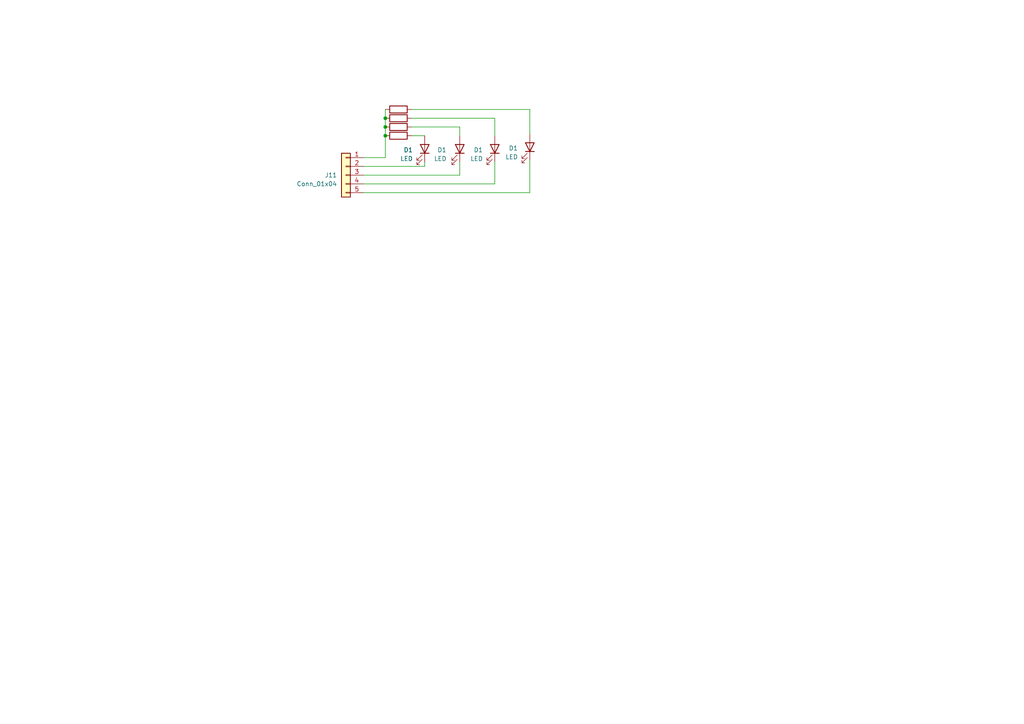
<source format=kicad_sch>
(kicad_sch (version 20230121) (generator eeschema)
  (paper "A4")
  (lib_symbols
    (symbol "Connector_Generic:Conn_01x05" (pin_names (offset 1.016) hide)
      (property "Reference" "J" (at 0 7.62 0))
      (property "Value" "Conn_01x05" (at 0 -7.62 0))
      (symbol "Conn_01x05_1_1"
        (rectangle (start -1.27 -4.953) (end 0 -5.207) (stroke (width 0.1524)))
        (rectangle (start -1.27 -2.413) (end 0 -2.667) (stroke (width 0.1524)))
        (rectangle (start -1.27 0.127) (end 0 -0.127) (stroke (width 0.1524)))
        (rectangle (start -1.27 2.667) (end 0 2.413) (stroke (width 0.1524)))
        (rectangle (start -1.27 5.207) (end 0 4.953) (stroke (width 0.1524)))
        (rectangle (start -1.27 6.35) (end 1.27 -6.35) (stroke (width 0.254)) (fill (type background)))
        (pin passive line (at -5.08 5.08 0) (length 3.81) (name "Pin_1") (number "1"))
        (pin passive line (at -5.08 2.54 0) (length 3.81) (name "Pin_2") (number "2"))
        (pin passive line (at -5.08 0 0) (length 3.81) (name "Pin_3") (number "3"))
        (pin passive line (at -5.08 -2.54 0) (length 3.81) (name "Pin_4") (number "4"))
        (pin passive line (at -5.08 -5.08 0) (length 3.81) (name "Pin_5") (number "5"))
      )
    )
    (symbol "Device:LED" (pin_numbers hide) (pin_names (offset 1.016) hide)
      (property "Reference" "D" (at 0 2.54 0))
      (property "Value" "LED" (at 0 -2.54 0))
      (symbol "LED_0_1"
        (polyline (pts (xy -1.27 -1.27) (xy -1.27 1.27)) (stroke (width 0.254)))
        (polyline (pts (xy -1.27 0) (xy 1.27 0)))
        (polyline (pts (xy 1.27 -1.27) (xy 1.27 1.27) (xy -1.27 0) (xy 1.27 -1.27)) (stroke (width 0.254)))
        (polyline (pts (xy -3.048 -0.762) (xy -4.572 -2.286) (xy -3.81 -2.286) (xy -4.572 -2.286) (xy -4.572 -1.524)))
        (polyline (pts (xy -1.778 -0.762) (xy -3.302 -2.286) (xy -2.54 -2.286) (xy -3.302 -2.286) (xy -3.302 -1.524)))
      )
      (symbol "LED_1_1"
        (pin passive line (at -3.81 0 0) (length 2.54) (name "K") (number "1"))
        (pin passive line (at 3.81 0 180) (length 2.54) (name "A") (number "2"))
      )
    )
    (symbol "Device:R" (pin_numbers hide) (pin_names (offset 0))
      (property "Reference" "R" (at 2.032 0 90))
      (property "Value" "R" (at 0 0 90))
      (symbol "R_0_1"
        (rectangle (start -1.016 -2.54) (end 1.016 2.54) (stroke (width 0.254)))
      )
      (symbol "R_1_1"
        (pin passive line (at 0 3.81 270) (length 1.27) (name "~") (number "1"))
        (pin passive line (at 0 -3.81 90) (length 1.27) (name "~") (number "2"))
      )
    )
  )
  (junction (at 111.76 39.37))
  (junction (at 111.76 36.83))
  (junction (at 111.76 34.29))
  (wire (pts (xy 119.38 36.83) (xy 133.35 36.83)))
  (wire (pts (xy 133.35 50.8) (xy 105.41 50.8)))
  (wire (pts (xy 123.19 48.26) (xy 123.19 46.99)))
  (wire (pts (xy 105.41 55.88) (xy 153.67 55.88)))
  (wire (pts (xy 111.76 36.83) (xy 111.76 39.37)))
  (wire (pts (xy 133.35 46.99) (xy 133.35 50.8)))
  (wire (pts (xy 111.76 45.72) (xy 111.76 39.37)))
  (wire (pts (xy 153.67 46.482) (xy 153.67 55.88)))
  (wire (pts (xy 111.76 31.75) (xy 111.76 34.29)))
  (wire (pts (xy 105.41 45.72) (xy 111.76 45.72)))
  (wire (pts (xy 119.38 31.75) (xy 153.67 31.75)))
  (wire (pts (xy 143.51 34.29) (xy 143.51 39.37)))
  (wire (pts (xy 123.19 39.37) (xy 119.38 39.37)))
  (wire (pts (xy 143.51 46.99) (xy 143.51 53.34)))
  (wire (pts (xy 133.35 36.83) (xy 133.35 39.37)))
  (wire (pts (xy 153.67 31.75) (xy 153.67 38.862)))
  (wire (pts (xy 119.38 34.29) (xy 143.51 34.29)))
  (wire (pts (xy 143.51 53.34) (xy 105.41 53.34)))
  (wire (pts (xy 111.76 34.29) (xy 111.76 36.83)))
  (wire (pts (xy 123.19 48.26) (xy 105.41 48.26)))
  (symbol (lib_id "Device:LED") (at 133.35 43.18 270) (mirror x) (unit 1)
    (property "Reference" "D1" (at 129.54 43.4975 90) (effects (justify right)))
    (property "Value" "LED" (at 129.54 46.0375 90) (effects (justify right)))
    (property "Footprint" "custom_kicad_lib_sk:LED_NO_SILK" (effects hide))
    (instances (project "signal PCB" (path "" (reference "D1") (unit 1)) (path "" (reference "D12") (unit 1)) (path "" (reference "D802") (unit 1))))
  )
  (symbol (lib_id "Device:R") (at 115.57 34.29 270) (mirror x) (unit 1)
    (property "Reference" "R?" (effects hide))
    (property "Value" "R" (effects hide))
    (property "Footprint" "Resistor_SMD:R_0805_2012Metric_Pad1.20x1.40mm_HandSolder" (effects hide))
    (instances (project "signal PCB" (path "" (reference "R?") (unit 1)) (path "" (reference "R?") (unit 1)) (path "" (reference "R802") (unit 1))))
  )
  (symbol (lib_id "Device:R") (at 115.57 31.75 270) (mirror x) (unit 1)
    (property "Reference" "R?" (effects hide))
    (property "Value" "R" (effects hide))
    (property "Footprint" "Resistor_SMD:R_0805_2012Metric_Pad1.20x1.40mm_HandSolder" (effects hide))
    (instances (project "signal PCB" (path "" (reference "R?") (unit 1)) (path "" (reference "R?") (unit 1)) (path "" (reference "R801") (unit 1))))
  )
  (symbol (lib_id "Device:R") (at 115.57 39.37 270) (mirror x) (unit 1)
    (property "Reference" "R?" (effects hide))
    (property "Value" "R" (effects hide))
    (property "Footprint" "Resistor_SMD:R_0805_2012Metric_Pad1.20x1.40mm_HandSolder" (effects hide))
    (instances (project "signal PCB" (path "" (reference "R?") (unit 1)) (path "" (reference "R?") (unit 1)) (path "" (reference "R804") (unit 1))))
  )
  (symbol (lib_id "Device:LED") (at 123.19 43.18 270) (mirror x) (unit 1)
    (property "Reference" "D1" (at 119.761 43.4975 90) (effects (justify right)))
    (property "Value" "LED" (at 119.761 46.0375 90) (effects (justify right)))
    (property "Footprint" "custom_kicad_lib_sk:LED_NO_SILK" (effects hide))
    (instances (project "signal PCB" (path "" (reference "D1") (unit 1)) (path "" (reference "D13") (unit 1)) (path "" (reference "D801") (unit 1))))
  )
  (symbol (lib_id "Device:LED") (at 143.51 43.18 270) (mirror x) (unit 1)
    (property "Reference" "D1" (at 140.081 43.4975 90) (effects (justify right)))
    (property "Value" "LED" (at 140.081 46.0375 90) (effects (justify right)))
    (property "Footprint" "custom_kicad_lib_sk:LED_NO_SILK" (effects hide))
    (instances (project "signal PCB" (path "" (reference "D1") (unit 1)) (path "" (reference "D11") (unit 1)) (path "" (reference "D803") (unit 1))))
  )
  (symbol (lib_id "Device:R") (at 115.57 36.83 270) (mirror x) (unit 1)
    (property "Reference" "R?" (effects hide))
    (property "Value" "R" (effects hide))
    (property "Footprint" "Resistor_SMD:R_0805_2012Metric_Pad1.20x1.40mm_HandSolder" (effects hide))
    (instances (project "signal PCB" (path "" (reference "R?") (unit 1)) (path "" (reference "R?") (unit 1)) (path "" (reference "R803") (unit 1))))
  )
  (symbol (lib_id "Connector_Generic:Conn_01x05") (at 100.33 50.8 0) (mirror y) (unit 1)
    (property "Reference" "J11" (at 97.79 50.8 0) (effects (justify left)))
    (property "Value" "Conn_01x04" (at 97.79 53.34 0) (effects (justify left)))
    (property "Footprint" "custom_kicad_lib_sk:05_solderpad_2.54" (effects hide))
    (instances (project "signal PCB" (path "" (reference "J11") (unit 1)) (path "" (reference "J801") (unit 1))))
  )
  (symbol (lib_id "Device:LED") (at 153.67 42.672 270) (mirror x) (unit 1)
    (property "Reference" "D1" (at 150.241 42.9895 90) (effects (justify right)))
    (property "Value" "LED" (at 150.241 45.5295 90) (effects (justify right)))
    (property "Footprint" "custom_kicad_lib_sk:LED_NO_SILK" (effects hide))
    (instances (project "signal PCB" (path "" (reference "D1") (unit 1)) (path "" (reference "D11") (unit 1)) (path "" (reference "D804") (unit 1))))
  )
)
</source>
